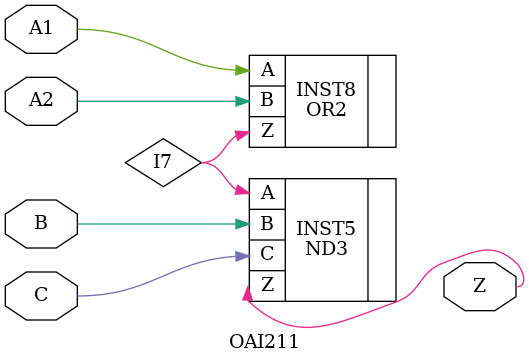
<source format=v>
`timescale 1 ns / 100 ps

/* Created by DB2VERILOG Version 1.2.0.2 on Fri Aug  5 11:14:27 1994 */
/* module compiled from "lsl2db 4.0.3" run */

module OAI211 (A1, A2, B, C, Z);
input  A1, A2, B, C;
output Z;
ND3 INST5 (.A(I7), .B(B), .C(C), .Z(Z));
OR2 INST8 (.A(A1), .B(A2), .Z(I7));

endmodule


</source>
